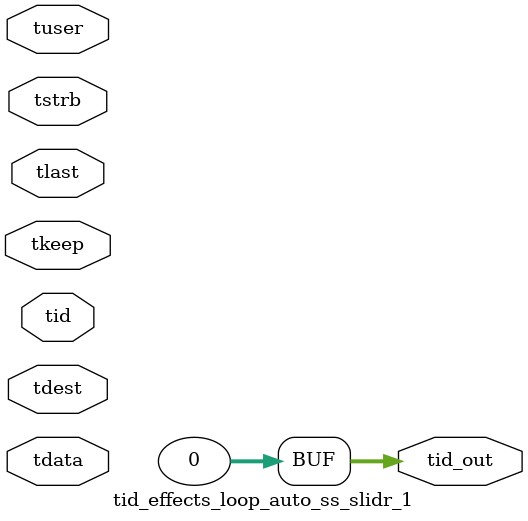
<source format=v>


`timescale 1ps/1ps

module tid_effects_loop_auto_ss_slidr_1 #
(
parameter C_S_AXIS_TID_WIDTH   = 1,
parameter C_S_AXIS_TUSER_WIDTH = 0,
parameter C_S_AXIS_TDATA_WIDTH = 0,
parameter C_S_AXIS_TDEST_WIDTH = 0,
parameter C_M_AXIS_TID_WIDTH   = 32
)
(
input  [(C_S_AXIS_TID_WIDTH   == 0 ? 1 : C_S_AXIS_TID_WIDTH)-1:0       ] tid,
input  [(C_S_AXIS_TDATA_WIDTH == 0 ? 1 : C_S_AXIS_TDATA_WIDTH)-1:0     ] tdata,
input  [(C_S_AXIS_TUSER_WIDTH == 0 ? 1 : C_S_AXIS_TUSER_WIDTH)-1:0     ] tuser,
input  [(C_S_AXIS_TDEST_WIDTH == 0 ? 1 : C_S_AXIS_TDEST_WIDTH)-1:0     ] tdest,
input  [(C_S_AXIS_TDATA_WIDTH/8)-1:0 ] tkeep,
input  [(C_S_AXIS_TDATA_WIDTH/8)-1:0 ] tstrb,
input                                                                    tlast,
output [(C_M_AXIS_TID_WIDTH   == 0 ? 1 : C_M_AXIS_TID_WIDTH)-1:0       ] tid_out
);

assign tid_out = {1'b0};

endmodule


</source>
